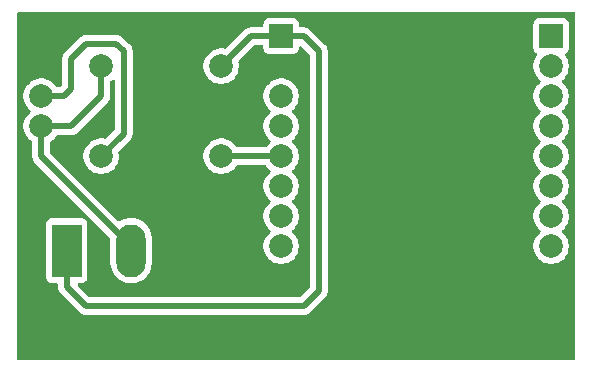
<source format=gbr>
%TF.GenerationSoftware,KiCad,Pcbnew,9.0.4*%
%TF.CreationDate,2025-09-20T13:19:42-06:00*%
%TF.ProjectId,esp12-magicfit2-controller-pcb,65737031-322d-46d6-9167-696366697432,rev?*%
%TF.SameCoordinates,Original*%
%TF.FileFunction,Copper,L2,Bot*%
%TF.FilePolarity,Positive*%
%FSLAX46Y46*%
G04 Gerber Fmt 4.6, Leading zero omitted, Abs format (unit mm)*
G04 Created by KiCad (PCBNEW 9.0.4) date 2025-09-20 13:19:42*
%MOMM*%
%LPD*%
G01*
G04 APERTURE LIST*
%TA.AperFunction,ComponentPad*%
%ADD10C,2.000000*%
%TD*%
%TA.AperFunction,ComponentPad*%
%ADD11R,2.000000X2.000000*%
%TD*%
%TA.AperFunction,ComponentPad*%
%ADD12R,2.500000X4.500000*%
%TD*%
%TA.AperFunction,ComponentPad*%
%ADD13O,2.500000X4.500000*%
%TD*%
%TA.AperFunction,ComponentPad*%
%ADD14R,1.700000X1.700000*%
%TD*%
%TA.AperFunction,ComponentPad*%
%ADD15C,1.700000*%
%TD*%
%TA.AperFunction,Conductor*%
%ADD16C,0.500000*%
%TD*%
G04 APERTURE END LIST*
D10*
%TO.P,R2,1*%
%TO.N,Net-(Q1-B)*%
X111760000Y-111760000D03*
%TO.P,R2,2*%
%TO.N,Net-(J1-Pin_5)*%
X121920000Y-111760000D03*
%TD*%
D11*
%TO.P,J2,1,Pin_1*%
%TO.N,unconnected-(J2-Pin_1-Pad1)*%
X149860000Y-101600000D03*
D10*
%TO.P,J2,2,Pin_2*%
%TO.N,unconnected-(J2-Pin_2-Pad2)*%
X149860000Y-104140000D03*
%TO.P,J2,3,Pin_3*%
%TO.N,unconnected-(J2-Pin_3-Pad3)*%
X149860000Y-106680000D03*
%TO.P,J2,4,Pin_4*%
%TO.N,unconnected-(J2-Pin_4-Pad4)*%
X149860000Y-109220000D03*
%TO.P,J2,5,Pin_5*%
%TO.N,unconnected-(J2-Pin_5-Pad5)*%
X149860000Y-111760000D03*
%TO.P,J2,6,Pin_6*%
%TO.N,unconnected-(J2-Pin_6-Pad6)*%
X149860000Y-114300000D03*
%TO.P,J2,7,Pin_7*%
%TO.N,unconnected-(J2-Pin_7-Pad7)*%
X149860000Y-116840000D03*
%TO.P,J2,8,Pin_8*%
%TO.N,unconnected-(J2-Pin_8-Pad8)*%
X149860000Y-119380000D03*
%TD*%
%TO.P,R1,1*%
%TO.N,+5V*%
X121920000Y-104140000D03*
%TO.P,R1,2*%
%TO.N,Net-(J3-Pin_2)*%
X111760000Y-104140000D03*
%TD*%
D12*
%TO.P,J3,1,Pin_1*%
%TO.N,+5V*%
X108850000Y-119755000D03*
D13*
%TO.P,J3,2,Pin_2*%
%TO.N,Net-(J3-Pin_2)*%
X114300000Y-119755000D03*
%TO.P,J3,3,Pin_3*%
%TO.N,GND*%
X119750000Y-119755000D03*
%TD*%
D14*
%TO.P,Q1,1,E*%
%TO.N,GND*%
X106680000Y-104140000D03*
D10*
%TO.P,Q1,2,B*%
%TO.N,Net-(Q1-B)*%
X106680000Y-106680000D03*
%TO.P,Q1,3,C*%
%TO.N,Net-(J3-Pin_2)*%
X106680000Y-109220000D03*
%TD*%
D11*
%TO.P,J1,1,Pin_1*%
%TO.N,+5V*%
X127000000Y-101600000D03*
D15*
%TO.P,J1,2,Pin_2*%
%TO.N,GND*%
X127000000Y-104140000D03*
D10*
%TO.P,J1,3,Pin_3*%
%TO.N,unconnected-(J1-Pin_3-Pad3)*%
X127000000Y-106680000D03*
%TO.P,J1,4,Pin_4*%
%TO.N,unconnected-(J1-Pin_4-Pad4)*%
X127000000Y-109220000D03*
%TO.P,J1,5,Pin_5*%
%TO.N,Net-(J1-Pin_5)*%
X127000000Y-111760000D03*
%TO.P,J1,6,Pin_6*%
%TO.N,unconnected-(J1-Pin_6-Pad6)*%
X127000000Y-114300000D03*
%TO.P,J1,7,Pin_7*%
%TO.N,unconnected-(J1-Pin_7-Pad7)*%
X127000000Y-116840000D03*
%TO.P,J1,8,Pin_8*%
%TO.N,unconnected-(J1-Pin_8-Pad8)*%
X127000000Y-119380000D03*
%TD*%
D16*
%TO.N,Net-(J1-Pin_5)*%
X121920000Y-111760000D02*
X127000000Y-111760000D01*
%TO.N,+5V*%
X130175000Y-102870000D02*
X128905000Y-101600000D01*
X110490000Y-124460000D02*
X128905000Y-124460000D01*
X128905000Y-124460000D02*
X130175000Y-123190000D01*
X121920000Y-104140000D02*
X124460000Y-101600000D01*
X130175000Y-123190000D02*
X130175000Y-102870000D01*
X108850000Y-119755000D02*
X108850000Y-122820000D01*
X128905000Y-101600000D02*
X127000000Y-101600000D01*
X124460000Y-101600000D02*
X127000000Y-101600000D01*
X108850000Y-122820000D02*
X110490000Y-124460000D01*
%TO.N,Net-(J3-Pin_2)*%
X109220000Y-109220000D02*
X111760000Y-106680000D01*
X114300000Y-119755000D02*
X114300000Y-119380000D01*
X106680000Y-111760000D02*
X106680000Y-109220000D01*
X111760000Y-106680000D02*
X111760000Y-104140000D01*
X114300000Y-119380000D02*
X106680000Y-111760000D01*
X106680000Y-109220000D02*
X109220000Y-109220000D01*
%TO.N,Net-(Q1-B)*%
X106680000Y-106680000D02*
X108585000Y-106680000D01*
X108585000Y-106680000D02*
X109220000Y-106045000D01*
X109220000Y-106045000D02*
X109220000Y-103505000D01*
X113665000Y-109855000D02*
X111760000Y-111760000D01*
X110490000Y-102235000D02*
X113030000Y-102235000D01*
X113665000Y-102870000D02*
X113665000Y-109855000D01*
X109220000Y-103505000D02*
X110490000Y-102235000D01*
X113030000Y-102235000D02*
X113665000Y-102870000D01*
%TD*%
%TA.AperFunction,Conductor*%
%TO.N,GND*%
G36*
X151842539Y-99580185D02*
G01*
X151888294Y-99632989D01*
X151899500Y-99684500D01*
X151899500Y-128915500D01*
X151879815Y-128982539D01*
X151827011Y-129028294D01*
X151775500Y-129039500D01*
X104764500Y-129039500D01*
X104697461Y-129019815D01*
X104651706Y-128967011D01*
X104640500Y-128915500D01*
X104640500Y-117457135D01*
X107099500Y-117457135D01*
X107099500Y-122052870D01*
X107099501Y-122052876D01*
X107105908Y-122112483D01*
X107156202Y-122247328D01*
X107156206Y-122247335D01*
X107242452Y-122362544D01*
X107242455Y-122362547D01*
X107357664Y-122448793D01*
X107357671Y-122448797D01*
X107402618Y-122465561D01*
X107492517Y-122499091D01*
X107552127Y-122505500D01*
X107975500Y-122505499D01*
X108042539Y-122525183D01*
X108088294Y-122577987D01*
X108099500Y-122629499D01*
X108099500Y-122893918D01*
X108099500Y-122893920D01*
X108099499Y-122893920D01*
X108128340Y-123038907D01*
X108128343Y-123038917D01*
X108184914Y-123175492D01*
X108217812Y-123224727D01*
X108217813Y-123224730D01*
X108267046Y-123298414D01*
X108267052Y-123298421D01*
X110011580Y-125042948D01*
X110011584Y-125042951D01*
X110134498Y-125125080D01*
X110134511Y-125125087D01*
X110271082Y-125181656D01*
X110271087Y-125181658D01*
X110271091Y-125181658D01*
X110271092Y-125181659D01*
X110416079Y-125210500D01*
X110416082Y-125210500D01*
X128978920Y-125210500D01*
X129076462Y-125191096D01*
X129123913Y-125181658D01*
X129260495Y-125125084D01*
X129309729Y-125092186D01*
X129383416Y-125042952D01*
X130757951Y-123668416D01*
X130840084Y-123545495D01*
X130896658Y-123408913D01*
X130925500Y-123263918D01*
X130925500Y-123116083D01*
X130925500Y-102796082D01*
X130925500Y-102796080D01*
X130925500Y-102796079D01*
X130896659Y-102651092D01*
X130896658Y-102651088D01*
X130896658Y-102651087D01*
X130895326Y-102647872D01*
X130840087Y-102514511D01*
X130840080Y-102514498D01*
X130757952Y-102391585D01*
X130716867Y-102350500D01*
X130653416Y-102287049D01*
X129383418Y-101017049D01*
X129383416Y-101017047D01*
X129334092Y-100984091D01*
X129301355Y-100962218D01*
X129260495Y-100934916D01*
X129260494Y-100934915D01*
X129260492Y-100934914D01*
X129260490Y-100934913D01*
X129123917Y-100878343D01*
X129123907Y-100878340D01*
X128978920Y-100849500D01*
X128978918Y-100849500D01*
X128624499Y-100849500D01*
X128615813Y-100846949D01*
X128606852Y-100848238D01*
X128582811Y-100837259D01*
X128557460Y-100829815D01*
X128551532Y-100822974D01*
X128543296Y-100819213D01*
X128529006Y-100796978D01*
X128511705Y-100777011D01*
X128509417Y-100766496D01*
X128505522Y-100760435D01*
X128500499Y-100725500D01*
X128500499Y-100552135D01*
X148359500Y-100552135D01*
X148359500Y-102647870D01*
X148359501Y-102647876D01*
X148365908Y-102707483D01*
X148416202Y-102842328D01*
X148416206Y-102842335D01*
X148502452Y-102957544D01*
X148502455Y-102957547D01*
X148617664Y-103043793D01*
X148625454Y-103048047D01*
X148623646Y-103051357D01*
X148665351Y-103082449D01*
X148689897Y-103147865D01*
X148675180Y-103216167D01*
X148666549Y-103229840D01*
X148576659Y-103353563D01*
X148469433Y-103564003D01*
X148396446Y-103788631D01*
X148359500Y-104021902D01*
X148359500Y-104258097D01*
X148396446Y-104491368D01*
X148469433Y-104715996D01*
X148576657Y-104926433D01*
X148715483Y-105117510D01*
X148882490Y-105284517D01*
X148917127Y-105309683D01*
X148959792Y-105365013D01*
X148965771Y-105434626D01*
X148933165Y-105496421D01*
X148917130Y-105510315D01*
X148913943Y-105512631D01*
X148882488Y-105535484D01*
X148715485Y-105702487D01*
X148715485Y-105702488D01*
X148715483Y-105702490D01*
X148681104Y-105749809D01*
X148576657Y-105893566D01*
X148469433Y-106104003D01*
X148396446Y-106328631D01*
X148359500Y-106561902D01*
X148359500Y-106798097D01*
X148396446Y-107031368D01*
X148469433Y-107255996D01*
X148543653Y-107401659D01*
X148576657Y-107466433D01*
X148715483Y-107657510D01*
X148882490Y-107824517D01*
X148917127Y-107849683D01*
X148959792Y-107905013D01*
X148965771Y-107974626D01*
X148933165Y-108036421D01*
X148917130Y-108050315D01*
X148899365Y-108063222D01*
X148882488Y-108075484D01*
X148715485Y-108242487D01*
X148715485Y-108242488D01*
X148715483Y-108242490D01*
X148655862Y-108324550D01*
X148576657Y-108433566D01*
X148469433Y-108644003D01*
X148396446Y-108868631D01*
X148359500Y-109101902D01*
X148359500Y-109338097D01*
X148396446Y-109571368D01*
X148469433Y-109795996D01*
X148543653Y-109941659D01*
X148576657Y-110006433D01*
X148715483Y-110197510D01*
X148882490Y-110364517D01*
X148917127Y-110389683D01*
X148959792Y-110445013D01*
X148965771Y-110514626D01*
X148933165Y-110576421D01*
X148917130Y-110590315D01*
X148913943Y-110592631D01*
X148882488Y-110615484D01*
X148715485Y-110782487D01*
X148715485Y-110782488D01*
X148715483Y-110782490D01*
X148655862Y-110864550D01*
X148576657Y-110973566D01*
X148469433Y-111184003D01*
X148396446Y-111408631D01*
X148359500Y-111641902D01*
X148359500Y-111878097D01*
X148396446Y-112111368D01*
X148469433Y-112335996D01*
X148558348Y-112510500D01*
X148576657Y-112546433D01*
X148715483Y-112737510D01*
X148882490Y-112904517D01*
X148917127Y-112929683D01*
X148959792Y-112985013D01*
X148965771Y-113054626D01*
X148933165Y-113116421D01*
X148917130Y-113130315D01*
X148899365Y-113143222D01*
X148882488Y-113155484D01*
X148715485Y-113322487D01*
X148715485Y-113322488D01*
X148715483Y-113322490D01*
X148655862Y-113404550D01*
X148576657Y-113513566D01*
X148469433Y-113724003D01*
X148396446Y-113948631D01*
X148359500Y-114181902D01*
X148359500Y-114418097D01*
X148396446Y-114651368D01*
X148469433Y-114875996D01*
X148576657Y-115086433D01*
X148715483Y-115277510D01*
X148882490Y-115444517D01*
X148917127Y-115469683D01*
X148959792Y-115525013D01*
X148965771Y-115594626D01*
X148933165Y-115656421D01*
X148917130Y-115670315D01*
X148899365Y-115683222D01*
X148882488Y-115695484D01*
X148715485Y-115862487D01*
X148715485Y-115862488D01*
X148715483Y-115862490D01*
X148655862Y-115944550D01*
X148576657Y-116053566D01*
X148469433Y-116264003D01*
X148396446Y-116488631D01*
X148359500Y-116721902D01*
X148359500Y-116958097D01*
X148396446Y-117191368D01*
X148469433Y-117415996D01*
X148490392Y-117457129D01*
X148576657Y-117626433D01*
X148715483Y-117817510D01*
X148882490Y-117984517D01*
X148917127Y-118009683D01*
X148959792Y-118065013D01*
X148965771Y-118134626D01*
X148933165Y-118196421D01*
X148917130Y-118210315D01*
X148899365Y-118223222D01*
X148882488Y-118235484D01*
X148715485Y-118402487D01*
X148715485Y-118402488D01*
X148715483Y-118402490D01*
X148655862Y-118484550D01*
X148576657Y-118593566D01*
X148469433Y-118804003D01*
X148396446Y-119028631D01*
X148359500Y-119261902D01*
X148359500Y-119498097D01*
X148396446Y-119731368D01*
X148469433Y-119955996D01*
X148576657Y-120166433D01*
X148715483Y-120357510D01*
X148882490Y-120524517D01*
X149073567Y-120663343D01*
X149172991Y-120714002D01*
X149284003Y-120770566D01*
X149284005Y-120770566D01*
X149284008Y-120770568D01*
X149404412Y-120809689D01*
X149508631Y-120843553D01*
X149741903Y-120880500D01*
X149741908Y-120880500D01*
X149978097Y-120880500D01*
X150211368Y-120843553D01*
X150435992Y-120770568D01*
X150646433Y-120663343D01*
X150837510Y-120524517D01*
X151004517Y-120357510D01*
X151143343Y-120166433D01*
X151250568Y-119955992D01*
X151323553Y-119731368D01*
X151360500Y-119498097D01*
X151360500Y-119261902D01*
X151323553Y-119028631D01*
X151250566Y-118804003D01*
X151143342Y-118593566D01*
X151004517Y-118402490D01*
X150837510Y-118235483D01*
X150802872Y-118210317D01*
X150760207Y-118154989D01*
X150754228Y-118085375D01*
X150786833Y-118023580D01*
X150802873Y-118009682D01*
X150837510Y-117984517D01*
X151004517Y-117817510D01*
X151143343Y-117626433D01*
X151250568Y-117415992D01*
X151323553Y-117191368D01*
X151330509Y-117147452D01*
X151360500Y-116958097D01*
X151360500Y-116721902D01*
X151323553Y-116488631D01*
X151250566Y-116264003D01*
X151143342Y-116053566D01*
X151004517Y-115862490D01*
X150837510Y-115695483D01*
X150802872Y-115670317D01*
X150760207Y-115614989D01*
X150754228Y-115545375D01*
X150786833Y-115483580D01*
X150802873Y-115469682D01*
X150837510Y-115444517D01*
X151004517Y-115277510D01*
X151143343Y-115086433D01*
X151250568Y-114875992D01*
X151323553Y-114651368D01*
X151360500Y-114418097D01*
X151360500Y-114181902D01*
X151323553Y-113948631D01*
X151250566Y-113724003D01*
X151143342Y-113513566D01*
X151004517Y-113322490D01*
X150837510Y-113155483D01*
X150802872Y-113130317D01*
X150760207Y-113074989D01*
X150754228Y-113005375D01*
X150786833Y-112943580D01*
X150802873Y-112929682D01*
X150837510Y-112904517D01*
X151004517Y-112737510D01*
X151143343Y-112546433D01*
X151250568Y-112335992D01*
X151323553Y-112111368D01*
X151344533Y-111978907D01*
X151360500Y-111878097D01*
X151360500Y-111641902D01*
X151323553Y-111408631D01*
X151250566Y-111184003D01*
X151194002Y-111072991D01*
X151143343Y-110973567D01*
X151004517Y-110782490D01*
X150837510Y-110615483D01*
X150802872Y-110590317D01*
X150760207Y-110534989D01*
X150754228Y-110465375D01*
X150786833Y-110403580D01*
X150802873Y-110389682D01*
X150837510Y-110364517D01*
X151004517Y-110197510D01*
X151143343Y-110006433D01*
X151250568Y-109795992D01*
X151323553Y-109571368D01*
X151336002Y-109492769D01*
X151360500Y-109338097D01*
X151360500Y-109101902D01*
X151323553Y-108868631D01*
X151250566Y-108644003D01*
X151194002Y-108532991D01*
X151143343Y-108433567D01*
X151004517Y-108242490D01*
X150837510Y-108075483D01*
X150802872Y-108050317D01*
X150760207Y-107994989D01*
X150754228Y-107925375D01*
X150786833Y-107863580D01*
X150802873Y-107849682D01*
X150837510Y-107824517D01*
X151004517Y-107657510D01*
X151143343Y-107466433D01*
X151250568Y-107255992D01*
X151323553Y-107031368D01*
X151360500Y-106798097D01*
X151360500Y-106561902D01*
X151323553Y-106328631D01*
X151289689Y-106224412D01*
X151250568Y-106104008D01*
X151250566Y-106104005D01*
X151250566Y-106104003D01*
X151182839Y-105971082D01*
X151143343Y-105893567D01*
X151004517Y-105702490D01*
X150837510Y-105535483D01*
X150802872Y-105510317D01*
X150760207Y-105454989D01*
X150754228Y-105385375D01*
X150786833Y-105323580D01*
X150802873Y-105309682D01*
X150837510Y-105284517D01*
X151004517Y-105117510D01*
X151143343Y-104926433D01*
X151250568Y-104715992D01*
X151323553Y-104491368D01*
X151360500Y-104258097D01*
X151360500Y-104021902D01*
X151323553Y-103788631D01*
X151250566Y-103564003D01*
X151143342Y-103353566D01*
X151094319Y-103286092D01*
X151053449Y-103229839D01*
X151029970Y-103164035D01*
X151045795Y-103095981D01*
X151094744Y-103048410D01*
X151094546Y-103048047D01*
X151095851Y-103047334D01*
X151095901Y-103047286D01*
X151096111Y-103047192D01*
X151102326Y-103043797D01*
X151102331Y-103043796D01*
X151217546Y-102957546D01*
X151303796Y-102842331D01*
X151354091Y-102707483D01*
X151360500Y-102647873D01*
X151360499Y-100552128D01*
X151354091Y-100492517D01*
X151303796Y-100357669D01*
X151303795Y-100357668D01*
X151303793Y-100357664D01*
X151217547Y-100242455D01*
X151217544Y-100242452D01*
X151102335Y-100156206D01*
X151102328Y-100156202D01*
X150967482Y-100105908D01*
X150967483Y-100105908D01*
X150907883Y-100099501D01*
X150907881Y-100099500D01*
X150907873Y-100099500D01*
X150907864Y-100099500D01*
X148812129Y-100099500D01*
X148812123Y-100099501D01*
X148752516Y-100105908D01*
X148617671Y-100156202D01*
X148617664Y-100156206D01*
X148502455Y-100242452D01*
X148502452Y-100242455D01*
X148416206Y-100357664D01*
X148416202Y-100357671D01*
X148365908Y-100492517D01*
X148359501Y-100552116D01*
X148359501Y-100552123D01*
X148359500Y-100552135D01*
X128500499Y-100552135D01*
X128500499Y-100552130D01*
X128500498Y-100552122D01*
X128500497Y-100552116D01*
X128494091Y-100492517D01*
X128443796Y-100357669D01*
X128443795Y-100357668D01*
X128443793Y-100357664D01*
X128357547Y-100242455D01*
X128357544Y-100242452D01*
X128242335Y-100156206D01*
X128242328Y-100156202D01*
X128107482Y-100105908D01*
X128107483Y-100105908D01*
X128047883Y-100099501D01*
X128047881Y-100099500D01*
X128047873Y-100099500D01*
X128047864Y-100099500D01*
X125952129Y-100099500D01*
X125952123Y-100099501D01*
X125892516Y-100105908D01*
X125757671Y-100156202D01*
X125757664Y-100156206D01*
X125642455Y-100242452D01*
X125642452Y-100242455D01*
X125556206Y-100357664D01*
X125556202Y-100357671D01*
X125505908Y-100492517D01*
X125499501Y-100552116D01*
X125499501Y-100552123D01*
X125499500Y-100552135D01*
X125499500Y-100725500D01*
X125479815Y-100792539D01*
X125427011Y-100838294D01*
X125375500Y-100849500D01*
X124386080Y-100849500D01*
X124241092Y-100878340D01*
X124241082Y-100878343D01*
X124104511Y-100934912D01*
X124104498Y-100934919D01*
X123981584Y-101017048D01*
X123981580Y-101017051D01*
X122359912Y-102638719D01*
X122298589Y-102672204D01*
X122252833Y-102673511D01*
X122038097Y-102639500D01*
X122038092Y-102639500D01*
X121801908Y-102639500D01*
X121801903Y-102639500D01*
X121568631Y-102676446D01*
X121344003Y-102749433D01*
X121133566Y-102856657D01*
X121024550Y-102935862D01*
X120942490Y-102995483D01*
X120942488Y-102995485D01*
X120942487Y-102995485D01*
X120775485Y-103162487D01*
X120775485Y-103162488D01*
X120775483Y-103162490D01*
X120715862Y-103244550D01*
X120636657Y-103353566D01*
X120529433Y-103564003D01*
X120456446Y-103788631D01*
X120419500Y-104021902D01*
X120419500Y-104258097D01*
X120456446Y-104491368D01*
X120529433Y-104715996D01*
X120636657Y-104926433D01*
X120775483Y-105117510D01*
X120942490Y-105284517D01*
X121133567Y-105423343D01*
X121195676Y-105454989D01*
X121344003Y-105530566D01*
X121344005Y-105530566D01*
X121344008Y-105530568D01*
X121464412Y-105569689D01*
X121568631Y-105603553D01*
X121801903Y-105640500D01*
X121801908Y-105640500D01*
X122038097Y-105640500D01*
X122271368Y-105603553D01*
X122495992Y-105530568D01*
X122706433Y-105423343D01*
X122897510Y-105284517D01*
X123064517Y-105117510D01*
X123203343Y-104926433D01*
X123310568Y-104715992D01*
X123383553Y-104491368D01*
X123420500Y-104258097D01*
X123420500Y-104021902D01*
X123391323Y-103837696D01*
X123386488Y-103807163D01*
X123395442Y-103737871D01*
X123421277Y-103700088D01*
X124734548Y-102386819D01*
X124795871Y-102353334D01*
X124822229Y-102350500D01*
X125375501Y-102350500D01*
X125442540Y-102370185D01*
X125488295Y-102422989D01*
X125499501Y-102474500D01*
X125499501Y-102647876D01*
X125505908Y-102707483D01*
X125556202Y-102842328D01*
X125556206Y-102842335D01*
X125642452Y-102957544D01*
X125642455Y-102957547D01*
X125757664Y-103043793D01*
X125757671Y-103043797D01*
X125892517Y-103094091D01*
X125892516Y-103094091D01*
X125899444Y-103094835D01*
X125952127Y-103100500D01*
X128047872Y-103100499D01*
X128107483Y-103094091D01*
X128242331Y-103043796D01*
X128357546Y-102957546D01*
X128443796Y-102842331D01*
X128494091Y-102707483D01*
X128500500Y-102647873D01*
X128500500Y-102556229D01*
X128520185Y-102489190D01*
X128572989Y-102443435D01*
X128642147Y-102433491D01*
X128705703Y-102462516D01*
X128712168Y-102468536D01*
X129039712Y-102796079D01*
X129388181Y-103144548D01*
X129421666Y-103205871D01*
X129424500Y-103232229D01*
X129424500Y-122827770D01*
X129404815Y-122894809D01*
X129388181Y-122915451D01*
X128630451Y-123673181D01*
X128569128Y-123706666D01*
X128542770Y-123709500D01*
X110852229Y-123709500D01*
X110785190Y-123689815D01*
X110764548Y-123673181D01*
X109808548Y-122717180D01*
X109775063Y-122655857D01*
X109780047Y-122586165D01*
X109821919Y-122530232D01*
X109887383Y-122505815D01*
X109896229Y-122505499D01*
X110147871Y-122505499D01*
X110147872Y-122505499D01*
X110207483Y-122499091D01*
X110342331Y-122448796D01*
X110457546Y-122362546D01*
X110543796Y-122247331D01*
X110594091Y-122112483D01*
X110600500Y-122052873D01*
X110600499Y-117457128D01*
X110594091Y-117397517D01*
X110551275Y-117282722D01*
X110543797Y-117262671D01*
X110543793Y-117262664D01*
X110457547Y-117147455D01*
X110457544Y-117147452D01*
X110342335Y-117061206D01*
X110342328Y-117061202D01*
X110207482Y-117010908D01*
X110207483Y-117010908D01*
X110147883Y-117004501D01*
X110147881Y-117004500D01*
X110147873Y-117004500D01*
X110147864Y-117004500D01*
X107552129Y-117004500D01*
X107552123Y-117004501D01*
X107492516Y-117010908D01*
X107357671Y-117061202D01*
X107357664Y-117061206D01*
X107242455Y-117147452D01*
X107242452Y-117147455D01*
X107156206Y-117262664D01*
X107156202Y-117262671D01*
X107105908Y-117397517D01*
X107099501Y-117457116D01*
X107099501Y-117457123D01*
X107099500Y-117457135D01*
X104640500Y-117457135D01*
X104640500Y-106561902D01*
X105179500Y-106561902D01*
X105179500Y-106798097D01*
X105216446Y-107031368D01*
X105289433Y-107255996D01*
X105363653Y-107401659D01*
X105396657Y-107466433D01*
X105535483Y-107657510D01*
X105702490Y-107824517D01*
X105737127Y-107849683D01*
X105779792Y-107905013D01*
X105785771Y-107974626D01*
X105753165Y-108036421D01*
X105737130Y-108050315D01*
X105719365Y-108063222D01*
X105702488Y-108075484D01*
X105535485Y-108242487D01*
X105535485Y-108242488D01*
X105535483Y-108242490D01*
X105475862Y-108324550D01*
X105396657Y-108433566D01*
X105289433Y-108644003D01*
X105216446Y-108868631D01*
X105179500Y-109101902D01*
X105179500Y-109338097D01*
X105216446Y-109571368D01*
X105289433Y-109795996D01*
X105363653Y-109941659D01*
X105396657Y-110006433D01*
X105535483Y-110197510D01*
X105702490Y-110364517D01*
X105875202Y-110490000D01*
X105878386Y-110492313D01*
X105921051Y-110547643D01*
X105929500Y-110592631D01*
X105929500Y-111833918D01*
X105929500Y-111833920D01*
X105929499Y-111833920D01*
X105958340Y-111978907D01*
X105958343Y-111978917D01*
X106014914Y-112115492D01*
X106047812Y-112164727D01*
X106047813Y-112164730D01*
X106097046Y-112238414D01*
X106097052Y-112238421D01*
X112513181Y-118654548D01*
X112546666Y-118715871D01*
X112549500Y-118742229D01*
X112549500Y-120869741D01*
X112550917Y-120880500D01*
X112579452Y-121097238D01*
X112579453Y-121097240D01*
X112638842Y-121318887D01*
X112726650Y-121530876D01*
X112726657Y-121530890D01*
X112841392Y-121729617D01*
X112981081Y-121911661D01*
X112981089Y-121911670D01*
X113143330Y-122073911D01*
X113143338Y-122073918D01*
X113325382Y-122213607D01*
X113325385Y-122213608D01*
X113325388Y-122213611D01*
X113524112Y-122328344D01*
X113524117Y-122328346D01*
X113524123Y-122328349D01*
X113606678Y-122362544D01*
X113736113Y-122416158D01*
X113957762Y-122475548D01*
X114174312Y-122504057D01*
X114185250Y-122505498D01*
X114185266Y-122505500D01*
X114185273Y-122505500D01*
X114414727Y-122505500D01*
X114414734Y-122505500D01*
X114642238Y-122475548D01*
X114863887Y-122416158D01*
X115075888Y-122328344D01*
X115274612Y-122213611D01*
X115456661Y-122073919D01*
X115456665Y-122073914D01*
X115456670Y-122073911D01*
X115618911Y-121911670D01*
X115618914Y-121911665D01*
X115618919Y-121911661D01*
X115758611Y-121729612D01*
X115873344Y-121530888D01*
X115961158Y-121318887D01*
X116020548Y-121097238D01*
X116050500Y-120869734D01*
X116050500Y-118640266D01*
X116020548Y-118412762D01*
X115961158Y-118191113D01*
X115911190Y-118070480D01*
X115873349Y-117979123D01*
X115873346Y-117979117D01*
X115873344Y-117979112D01*
X115758611Y-117780388D01*
X115758608Y-117780385D01*
X115758607Y-117780382D01*
X115618918Y-117598338D01*
X115618911Y-117598330D01*
X115456670Y-117436089D01*
X115456661Y-117436081D01*
X115274617Y-117296392D01*
X115216210Y-117262671D01*
X115075888Y-117181656D01*
X115075876Y-117181650D01*
X114863887Y-117093842D01*
X114642238Y-117034452D01*
X114604215Y-117029446D01*
X114414741Y-117004500D01*
X114414734Y-117004500D01*
X114185266Y-117004500D01*
X114185258Y-117004500D01*
X113968715Y-117033009D01*
X113957762Y-117034452D01*
X113864076Y-117059554D01*
X113736112Y-117093842D01*
X113524123Y-117181650D01*
X113524108Y-117181657D01*
X113377591Y-117266249D01*
X113309690Y-117282722D01*
X113243663Y-117259869D01*
X113227910Y-117246543D01*
X107466819Y-111485451D01*
X107433334Y-111424128D01*
X107430500Y-111397770D01*
X107430500Y-110592631D01*
X107450185Y-110525592D01*
X107481614Y-110492313D01*
X107484798Y-110490000D01*
X107657510Y-110364517D01*
X107824517Y-110197510D01*
X107952313Y-110021613D01*
X108007643Y-109978949D01*
X108052631Y-109970500D01*
X109293920Y-109970500D01*
X109391462Y-109951096D01*
X109438913Y-109941658D01*
X109575495Y-109885084D01*
X109624729Y-109852186D01*
X109698416Y-109802952D01*
X112342951Y-107158416D01*
X112425084Y-107035495D01*
X112481658Y-106898913D01*
X112481658Y-106898912D01*
X112510500Y-106753918D01*
X112510500Y-105512631D01*
X112512041Y-105507381D01*
X112510955Y-105502020D01*
X112521780Y-105474215D01*
X112530185Y-105445592D01*
X112534845Y-105440657D01*
X112536304Y-105436911D01*
X112561614Y-105412313D01*
X112579540Y-105399289D01*
X112717617Y-105298969D01*
X112783420Y-105275491D01*
X112851474Y-105291316D01*
X112900169Y-105341422D01*
X112914500Y-105399289D01*
X112914500Y-109492769D01*
X112894815Y-109559808D01*
X112878181Y-109580450D01*
X112199911Y-110258719D01*
X112138588Y-110292204D01*
X112092832Y-110293511D01*
X111878097Y-110259500D01*
X111878092Y-110259500D01*
X111641908Y-110259500D01*
X111641903Y-110259500D01*
X111408631Y-110296446D01*
X111184003Y-110369433D01*
X110973566Y-110476657D01*
X110921307Y-110514626D01*
X110782490Y-110615483D01*
X110782488Y-110615485D01*
X110782487Y-110615485D01*
X110615485Y-110782487D01*
X110615485Y-110782488D01*
X110615483Y-110782490D01*
X110555862Y-110864550D01*
X110476657Y-110973566D01*
X110369433Y-111184003D01*
X110296446Y-111408631D01*
X110259500Y-111641902D01*
X110259500Y-111878097D01*
X110296446Y-112111368D01*
X110369433Y-112335996D01*
X110458348Y-112510500D01*
X110476657Y-112546433D01*
X110615483Y-112737510D01*
X110782490Y-112904517D01*
X110973567Y-113043343D01*
X111035676Y-113074989D01*
X111184003Y-113150566D01*
X111184005Y-113150566D01*
X111184008Y-113150568D01*
X111304412Y-113189689D01*
X111408631Y-113223553D01*
X111641903Y-113260500D01*
X111641908Y-113260500D01*
X111878097Y-113260500D01*
X112111368Y-113223553D01*
X112335992Y-113150568D01*
X112546433Y-113043343D01*
X112737510Y-112904517D01*
X112904517Y-112737510D01*
X113043343Y-112546433D01*
X113150568Y-112335992D01*
X113223553Y-112111368D01*
X113244533Y-111978907D01*
X113260500Y-111878097D01*
X113260500Y-111646591D01*
X113260500Y-111641908D01*
X113260499Y-111641902D01*
X120419500Y-111641902D01*
X120419500Y-111878097D01*
X120456446Y-112111368D01*
X120529433Y-112335996D01*
X120618348Y-112510500D01*
X120636657Y-112546433D01*
X120775483Y-112737510D01*
X120942490Y-112904517D01*
X121133567Y-113043343D01*
X121195676Y-113074989D01*
X121344003Y-113150566D01*
X121344005Y-113150566D01*
X121344008Y-113150568D01*
X121464412Y-113189689D01*
X121568631Y-113223553D01*
X121801903Y-113260500D01*
X121801908Y-113260500D01*
X122038097Y-113260500D01*
X122271368Y-113223553D01*
X122495992Y-113150568D01*
X122706433Y-113043343D01*
X122897510Y-112904517D01*
X123064517Y-112737510D01*
X123192313Y-112561613D01*
X123247643Y-112518949D01*
X123292631Y-112510500D01*
X125627369Y-112510500D01*
X125694408Y-112530185D01*
X125727685Y-112561613D01*
X125855483Y-112737510D01*
X126022490Y-112904517D01*
X126057127Y-112929683D01*
X126099792Y-112985013D01*
X126105771Y-113054626D01*
X126073165Y-113116421D01*
X126057130Y-113130315D01*
X126039365Y-113143222D01*
X126022488Y-113155484D01*
X125855485Y-113322487D01*
X125855485Y-113322488D01*
X125855483Y-113322490D01*
X125795862Y-113404550D01*
X125716657Y-113513566D01*
X125609433Y-113724003D01*
X125536446Y-113948631D01*
X125499500Y-114181902D01*
X125499500Y-114418097D01*
X125536446Y-114651368D01*
X125609433Y-114875996D01*
X125716657Y-115086433D01*
X125855483Y-115277510D01*
X126022490Y-115444517D01*
X126057127Y-115469683D01*
X126099792Y-115525013D01*
X126105771Y-115594626D01*
X126073165Y-115656421D01*
X126057130Y-115670315D01*
X126039365Y-115683222D01*
X126022488Y-115695484D01*
X125855485Y-115862487D01*
X125855485Y-115862488D01*
X125855483Y-115862490D01*
X125795862Y-115944550D01*
X125716657Y-116053566D01*
X125609433Y-116264003D01*
X125536446Y-116488631D01*
X125499500Y-116721902D01*
X125499500Y-116958097D01*
X125536446Y-117191368D01*
X125609433Y-117415996D01*
X125630392Y-117457129D01*
X125716657Y-117626433D01*
X125855483Y-117817510D01*
X126022490Y-117984517D01*
X126057127Y-118009683D01*
X126099792Y-118065013D01*
X126105771Y-118134626D01*
X126073165Y-118196421D01*
X126057130Y-118210315D01*
X126039365Y-118223222D01*
X126022488Y-118235484D01*
X125855485Y-118402487D01*
X125855485Y-118402488D01*
X125855483Y-118402490D01*
X125795862Y-118484550D01*
X125716657Y-118593566D01*
X125609433Y-118804003D01*
X125536446Y-119028631D01*
X125499500Y-119261902D01*
X125499500Y-119498097D01*
X125536446Y-119731368D01*
X125609433Y-119955996D01*
X125716657Y-120166433D01*
X125855483Y-120357510D01*
X126022490Y-120524517D01*
X126213567Y-120663343D01*
X126312991Y-120714002D01*
X126424003Y-120770566D01*
X126424005Y-120770566D01*
X126424008Y-120770568D01*
X126544412Y-120809689D01*
X126648631Y-120843553D01*
X126881903Y-120880500D01*
X126881908Y-120880500D01*
X127118097Y-120880500D01*
X127351368Y-120843553D01*
X127575992Y-120770568D01*
X127786433Y-120663343D01*
X127977510Y-120524517D01*
X128144517Y-120357510D01*
X128283343Y-120166433D01*
X128390568Y-119955992D01*
X128463553Y-119731368D01*
X128500500Y-119498097D01*
X128500500Y-119261902D01*
X128463553Y-119028631D01*
X128390566Y-118804003D01*
X128283342Y-118593566D01*
X128144517Y-118402490D01*
X127977510Y-118235483D01*
X127942872Y-118210317D01*
X127900207Y-118154989D01*
X127894228Y-118085375D01*
X127926833Y-118023580D01*
X127942873Y-118009682D01*
X127977510Y-117984517D01*
X128144517Y-117817510D01*
X128283343Y-117626433D01*
X128390568Y-117415992D01*
X128463553Y-117191368D01*
X128470509Y-117147452D01*
X128500500Y-116958097D01*
X128500500Y-116721902D01*
X128463553Y-116488631D01*
X128390566Y-116264003D01*
X128283342Y-116053566D01*
X128144517Y-115862490D01*
X127977510Y-115695483D01*
X127942872Y-115670317D01*
X127900207Y-115614989D01*
X127894228Y-115545375D01*
X127926833Y-115483580D01*
X127942873Y-115469682D01*
X127977510Y-115444517D01*
X128144517Y-115277510D01*
X128283343Y-115086433D01*
X128390568Y-114875992D01*
X128463553Y-114651368D01*
X128500500Y-114418097D01*
X128500500Y-114181902D01*
X128463553Y-113948631D01*
X128390566Y-113724003D01*
X128283342Y-113513566D01*
X128144517Y-113322490D01*
X127977510Y-113155483D01*
X127942872Y-113130317D01*
X127900207Y-113074989D01*
X127894228Y-113005375D01*
X127926833Y-112943580D01*
X127942873Y-112929682D01*
X127977510Y-112904517D01*
X128144517Y-112737510D01*
X128283343Y-112546433D01*
X128390568Y-112335992D01*
X128463553Y-112111368D01*
X128484533Y-111978907D01*
X128500500Y-111878097D01*
X128500500Y-111641902D01*
X128463553Y-111408631D01*
X128390566Y-111184003D01*
X128334002Y-111072991D01*
X128283343Y-110973567D01*
X128144517Y-110782490D01*
X127977510Y-110615483D01*
X127942872Y-110590317D01*
X127900207Y-110534989D01*
X127894228Y-110465375D01*
X127926833Y-110403580D01*
X127942873Y-110389682D01*
X127977510Y-110364517D01*
X128144517Y-110197510D01*
X128283343Y-110006433D01*
X128390568Y-109795992D01*
X128463553Y-109571368D01*
X128476002Y-109492769D01*
X128500500Y-109338097D01*
X128500500Y-109101902D01*
X128463553Y-108868631D01*
X128390566Y-108644003D01*
X128334002Y-108532991D01*
X128283343Y-108433567D01*
X128144517Y-108242490D01*
X127977510Y-108075483D01*
X127942872Y-108050317D01*
X127900207Y-107994989D01*
X127894228Y-107925375D01*
X127926833Y-107863580D01*
X127942873Y-107849682D01*
X127977510Y-107824517D01*
X128144517Y-107657510D01*
X128283343Y-107466433D01*
X128390568Y-107255992D01*
X128463553Y-107031368D01*
X128500500Y-106798097D01*
X128500500Y-106561902D01*
X128463553Y-106328631D01*
X128429689Y-106224412D01*
X128390568Y-106104008D01*
X128390566Y-106104005D01*
X128390566Y-106104003D01*
X128322839Y-105971082D01*
X128283343Y-105893567D01*
X128144517Y-105702490D01*
X127977510Y-105535483D01*
X127786433Y-105396657D01*
X127764291Y-105385375D01*
X127575996Y-105289433D01*
X127351368Y-105216446D01*
X127118097Y-105179500D01*
X127118092Y-105179500D01*
X126881908Y-105179500D01*
X126881903Y-105179500D01*
X126648631Y-105216446D01*
X126424003Y-105289433D01*
X126213566Y-105396657D01*
X126161307Y-105434626D01*
X126022490Y-105535483D01*
X126022488Y-105535485D01*
X126022487Y-105535485D01*
X125855485Y-105702487D01*
X125855485Y-105702488D01*
X125855483Y-105702490D01*
X125821104Y-105749809D01*
X125716657Y-105893566D01*
X125609433Y-106104003D01*
X125536446Y-106328631D01*
X125499500Y-106561902D01*
X125499500Y-106798097D01*
X125536446Y-107031368D01*
X125609433Y-107255996D01*
X125683653Y-107401659D01*
X125716657Y-107466433D01*
X125855483Y-107657510D01*
X126022490Y-107824517D01*
X126057127Y-107849683D01*
X126099792Y-107905013D01*
X126105771Y-107974626D01*
X126073165Y-108036421D01*
X126057130Y-108050315D01*
X126039365Y-108063222D01*
X126022488Y-108075484D01*
X125855485Y-108242487D01*
X125855485Y-108242488D01*
X125855483Y-108242490D01*
X125795862Y-108324550D01*
X125716657Y-108433566D01*
X125609433Y-108644003D01*
X125536446Y-108868631D01*
X125499500Y-109101902D01*
X125499500Y-109338097D01*
X125536446Y-109571368D01*
X125609433Y-109795996D01*
X125683653Y-109941659D01*
X125716657Y-110006433D01*
X125855483Y-110197510D01*
X126022490Y-110364517D01*
X126057127Y-110389683D01*
X126099792Y-110445013D01*
X126105771Y-110514626D01*
X126073165Y-110576421D01*
X126057130Y-110590315D01*
X126053943Y-110592631D01*
X126022488Y-110615484D01*
X125855485Y-110782487D01*
X125855485Y-110782488D01*
X125855483Y-110782490D01*
X125727687Y-110958386D01*
X125672357Y-111001051D01*
X125627369Y-111009500D01*
X123292631Y-111009500D01*
X123225592Y-110989815D01*
X123192313Y-110958386D01*
X123064517Y-110782490D01*
X122897510Y-110615483D01*
X122706433Y-110476657D01*
X122684291Y-110465375D01*
X122495996Y-110369433D01*
X122271368Y-110296446D01*
X122038097Y-110259500D01*
X122038092Y-110259500D01*
X121801908Y-110259500D01*
X121801903Y-110259500D01*
X121568631Y-110296446D01*
X121344003Y-110369433D01*
X121133566Y-110476657D01*
X121081307Y-110514626D01*
X120942490Y-110615483D01*
X120942488Y-110615485D01*
X120942487Y-110615485D01*
X120775485Y-110782487D01*
X120775485Y-110782488D01*
X120775483Y-110782490D01*
X120715862Y-110864550D01*
X120636657Y-110973566D01*
X120529433Y-111184003D01*
X120456446Y-111408631D01*
X120419500Y-111641902D01*
X113260499Y-111641902D01*
X113226424Y-111426759D01*
X113230987Y-111392346D01*
X113235442Y-111357872D01*
X113235586Y-111357660D01*
X113235608Y-111357498D01*
X113236072Y-111356949D01*
X113261277Y-111320089D01*
X114247952Y-110333416D01*
X114297340Y-110259500D01*
X114330084Y-110210495D01*
X114386658Y-110073913D01*
X114412966Y-109941658D01*
X114415500Y-109928920D01*
X114415500Y-102796081D01*
X114415499Y-102796080D01*
X114406221Y-102749432D01*
X114386659Y-102651088D01*
X114332408Y-102520117D01*
X114330764Y-102515522D01*
X114247954Y-102391588D01*
X114247953Y-102391587D01*
X114247951Y-102391584D01*
X114143416Y-102287049D01*
X113508421Y-101652052D01*
X113508414Y-101652046D01*
X113434729Y-101602812D01*
X113434729Y-101602813D01*
X113385491Y-101569913D01*
X113248917Y-101513343D01*
X113248907Y-101513340D01*
X113103920Y-101484500D01*
X113103918Y-101484500D01*
X110563917Y-101484500D01*
X110416082Y-101484500D01*
X110416080Y-101484500D01*
X110271092Y-101513340D01*
X110271082Y-101513343D01*
X110134511Y-101569912D01*
X110134498Y-101569919D01*
X110011584Y-101652048D01*
X110011580Y-101652051D01*
X108637050Y-103026581D01*
X108637048Y-103026584D01*
X108625548Y-103043796D01*
X108625546Y-103043797D01*
X108625546Y-103043798D01*
X108554916Y-103149503D01*
X108554914Y-103149506D01*
X108498343Y-103286082D01*
X108498340Y-103286092D01*
X108469500Y-103431079D01*
X108469500Y-105682770D01*
X108460855Y-105712210D01*
X108454332Y-105742197D01*
X108450577Y-105747212D01*
X108449815Y-105749809D01*
X108433181Y-105770451D01*
X108310451Y-105893181D01*
X108249128Y-105926666D01*
X108222770Y-105929500D01*
X108052631Y-105929500D01*
X107985592Y-105909815D01*
X107952313Y-105878386D01*
X107824517Y-105702490D01*
X107657510Y-105535483D01*
X107466433Y-105396657D01*
X107444291Y-105385375D01*
X107255996Y-105289433D01*
X107031368Y-105216446D01*
X106798097Y-105179500D01*
X106798092Y-105179500D01*
X106561908Y-105179500D01*
X106561903Y-105179500D01*
X106328631Y-105216446D01*
X106104003Y-105289433D01*
X105893566Y-105396657D01*
X105841307Y-105434626D01*
X105702490Y-105535483D01*
X105702488Y-105535485D01*
X105702487Y-105535485D01*
X105535485Y-105702487D01*
X105535485Y-105702488D01*
X105535483Y-105702490D01*
X105501104Y-105749809D01*
X105396657Y-105893566D01*
X105289433Y-106104003D01*
X105216446Y-106328631D01*
X105179500Y-106561902D01*
X104640500Y-106561902D01*
X104640500Y-99684500D01*
X104660185Y-99617461D01*
X104712989Y-99571706D01*
X104764500Y-99560500D01*
X151775500Y-99560500D01*
X151842539Y-99580185D01*
G37*
%TD.AperFunction*%
%TD*%
M02*

</source>
